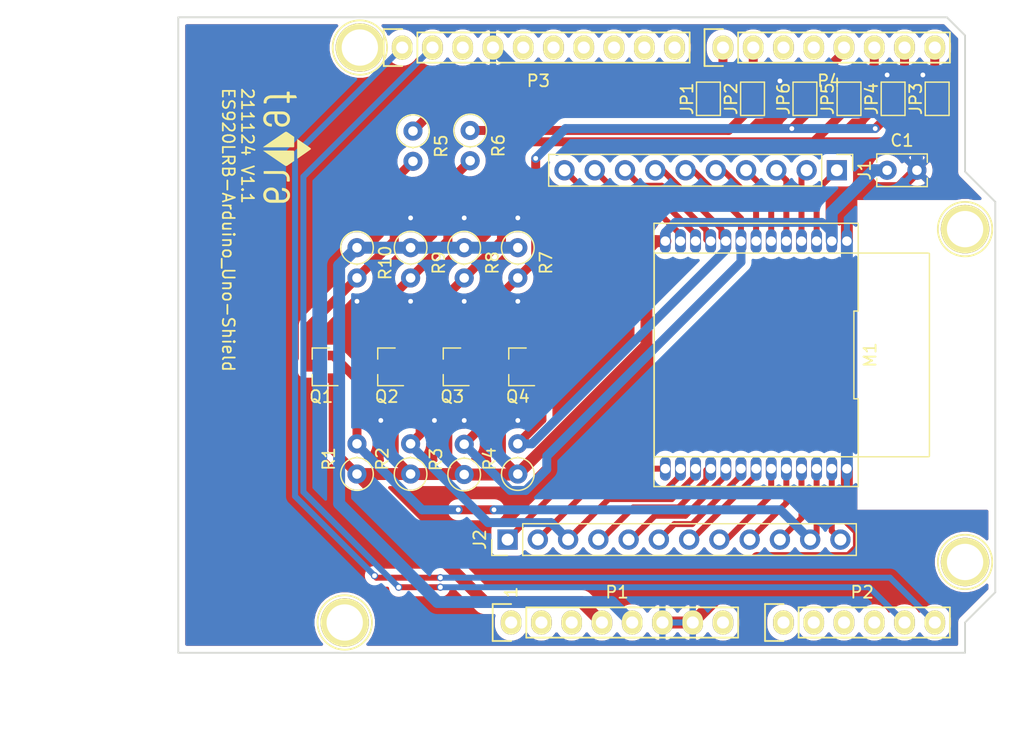
<source format=kicad_pcb>
(kicad_pcb (version 20171130) (host pcbnew 5.1.9-73d0e3b20d~88~ubuntu20.04.1)
  (title_block (title ES920LRB-Arduino_Uno-Shield) (date 2021-11-24) (rev v1.1) (company "teTra Aviation Corp."))
  (layers (0 F.Cu signal) (31 B.Cu signal) (34 B.Paste user) (35 F.Paste user) (36 B.SilkS user) (37 F.SilkS user) (38 B.Mask user) (39 F.Mask user) (44 Edge.Cuts user))
  (net 0 "")
  (net 1 GND)
  (net 2 "/A4(SDA)")
  (net 3 "/A5(SCL)")
  (net 4 "Net-(J2-Pad11)")
  (net 5 "Net-(J1-Pad6)")
  (net 6 "/1(Tx)")
  (net 7 "Net-(J1-Pad7)")
  (net 8 "/0(Rx)")
  (net 9 +3V3)
  (net 10 "Net-(J2-Pad1)")
  (net 11 "Net-(J1-Pad10)")
  (net 12 "Net-(J2-Pad2)")
  (net 13 "Net-(J1-Pad9)")
  (net 14 "Net-(J2-Pad3)")
  (net 15 "Net-(J1-Pad8)")
  (net 16 "Net-(J2-Pad4)")
  (net 17 "Net-(J2-Pad5)")
  (net 18 "Net-(J2-Pad6)")
  (net 19 "Net-(J1-Pad5)")
  (net 20 "Net-(J2-Pad7)")
  (net 21 "Net-(J1-Pad4)")
  (net 22 "Net-(J2-Pad8)")
  (net 23 "Net-(J1-Pad3)")
  (net 24 "Net-(J2-Pad9)")
  (net 25 "Net-(J1-Pad2)")
  (net 26 "Net-(J2-Pad10)")
  (net 27 "Net-(J1-Pad1)")
  (net 28 "Net-(J2-Pad12)")
  (net 29 +5V)
  (net 30 /7)
  (net 31 "/6(**)")
  (net 32 "Net-(Q1-Pad3)")
  (net 33 "Net-(Q2-Pad3)")
  (net 34 "Net-(JP1-Pad1)")
  (net 35 "Net-(JP2-Pad1)")
  (net 36 "Net-(JP3-Pad1)")
  (net 37 "Net-(JP4-Pad1)")
  (net 38 "/3(**)")
  (net 39 /2)
  (module teTra:ES92LR2B (layer F.Cu) (at 159.498 101.365 180)
    (fp_text reference M1 (at -9.57 0 270) (layer F.SilkS))
    (fp_text value ES920LR2B)
    (pad 26 thru_hole oval (at -7.62 -9.55 180) (size 0.9 2) (drill 0.8) (layers *.Cu *.Mask) (net 1 GND))
    (pad 1 thru_hole oval (at -7.62 9.55 180) (size 0.9 2) (drill 0.8) (layers *.Cu *.Mask) (net 1 GND))
    (pad 25 thru_hole oval (at -6.35 -9.55 180) (size 0.9 2) (drill 0.8) (layers *.Cu *.Mask) (net 28 "Net-(J2-Pad12)"))
    (pad 2 thru_hole oval (at -6.35 9.55 180) (size 0.9 2) (drill 0.8) (layers *.Cu *.Mask) (net 9 +3V3))
    (pad 24 thru_hole oval (at -5.08 -9.55 180) (size 0.9 2) (drill 0.8) (layers *.Cu *.Mask) (net 4 "Net-(J2-Pad11)"))
    (pad 3 thru_hole oval (at -5.08 9.55 180) (size 0.9 2) (drill 0.8) (layers *.Cu *.Mask) (net 27 "Net-(J1-Pad1)"))
    (pad 23 thru_hole oval (at -3.81 -9.55 180) (size 0.9 2) (drill 0.8) (layers *.Cu *.Mask) (net 26 "Net-(J2-Pad10)"))
    (pad 4 thru_hole oval (at -3.81 9.55 180) (size 0.9 2) (drill 0.8) (layers *.Cu *.Mask) (net 25 "Net-(J1-Pad2)"))
    (pad 22 thru_hole oval (at -2.54 -9.55 180) (size 0.9 2) (drill 0.8) (layers *.Cu *.Mask) (net 24 "Net-(J2-Pad9)"))
    (pad 5 thru_hole oval (at -2.54 9.55 180) (size 0.9 2) (drill 0.8) (layers *.Cu *.Mask) (net 23 "Net-(J1-Pad3)"))
    (pad 21 thru_hole oval (at -1.27 -9.55 180) (size 0.9 2) (drill 0.8) (layers *.Cu *.Mask) (net 22 "Net-(J2-Pad8)"))
    (pad 6 thru_hole oval (at -1.27 9.55 180) (size 0.9 2) (drill 0.8) (layers *.Cu *.Mask) (net 21 "Net-(J1-Pad4)"))
    (pad 20 thru_hole oval (at 0 -9.55 180) (size 0.9 2) (drill 0.8) (layers *.Cu *.Mask) (net 20 "Net-(J2-Pad7)"))
    (pad 7 thru_hole oval (at 0 9.55 180) (size 0.9 2) (drill 0.8) (layers *.Cu *.Mask) (net 19 "Net-(J1-Pad5)"))
    (pad 19 thru_hole oval (at 1.27 -9.55 180) (size 0.9 2) (drill 0.8) (layers *.Cu *.Mask) (net 18 "Net-(J2-Pad6)"))
    (pad 8 thru_hole oval (at 1.27 9.55 180) (size 0.9 2) (drill 0.8) (layers *.Cu *.Mask) (net 5 "Net-(J1-Pad6)"))
    (pad 18 thru_hole oval (at 2.54 -9.55 180) (size 0.9 2) (drill 0.8) (layers *.Cu *.Mask) (net 17 "Net-(J2-Pad5)"))
    (pad 9 thru_hole oval (at 2.54 9.55 180) (size 0.9 2) (drill 0.8) (layers *.Cu *.Mask) (net 7 "Net-(J1-Pad7)"))
    (pad 17 thru_hole oval (at 3.81 -9.55 180) (size 0.9 2) (drill 0.8) (layers *.Cu *.Mask) (net 16 "Net-(J2-Pad4)"))
    (pad 10 thru_hole oval (at 3.81 9.55 180) (size 0.9 2) (drill 0.8) (layers *.Cu *.Mask) (net 15 "Net-(J1-Pad8)"))
    (pad 16 thru_hole oval (at 5.08 -9.55 180) (size 0.9 2) (drill 0.8) (layers *.Cu *.Mask) (net 14 "Net-(J2-Pad3)"))
    (pad 11 thru_hole oval (at 5.08 9.55 180) (size 0.9 2) (drill 0.8) (layers *.Cu *.Mask) (net 13 "Net-(J1-Pad9)"))
    (pad 15 thru_hole oval (at 6.35 -9.55 180) (size 0.9 2) (drill 0.8) (layers *.Cu *.Mask) (net 12 "Net-(J2-Pad2)"))
    (pad 12 thru_hole oval (at 6.35 9.55 180) (size 0.9 2) (drill 0.8) (layers *.Cu *.Mask) (net 11 "Net-(J1-Pad10)"))
    (pad 14 thru_hole oval (at 7.62 -9.55 180) (size 0.9 2) (drill 0.8) (layers *.Cu *.Mask) (net 10 "Net-(J2-Pad1)"))
    (pad 13 thru_hole oval (at 7.62 9.55 180) (size 0.9 2) (drill 0.8) (layers *.Cu *.Mask) (net 9 +3V3))
  )
  (module Jumper:SolderJumper-2_P1.3mm_Open_Pad1.0x1.5mm (layer F.Cu) (at 163.598 79.865 90)
    (fp_text reference JP6 (at 0 -1.8 90) (layer F.SilkS))
    (fp_text value SolderJumper_2_Open)
    (pad 1 smd rect (at -0.65 0 90) (size 1 1.5) (layers F.Cu F.Mask) (net 37 "Net-(JP4-Pad1)"))
    (pad 2 smd rect (at 0.65 0 90) (size 1 1.5) (layers F.Cu F.Mask) (net 38 "/3(**)"))
  )
  (module Jumper:SolderJumper-2_P1.3mm_Open_Pad1.0x1.5mm (layer F.Cu) (at 167.298 79.865 90)
    (fp_text reference JP5 (at 0 -1.8 90) (layer F.SilkS))
    (fp_text value SolderJumper_2_Open)
    (pad 1 smd rect (at -0.65 0 90) (size 1 1.5) (layers F.Cu F.Mask) (net 36 "Net-(JP3-Pad1)"))
    (pad 2 smd rect (at 0.65 0 90) (size 1 1.5) (layers F.Cu F.Mask) (net 39 /2))
  )
  (module Jumper:SolderJumper-2_P1.3mm_Open_Pad1.0x1.5mm (layer F.Cu) (at 170.998 79.865 90)
    (fp_text reference JP4 (at 0 -1.8 90) (layer F.SilkS))
    (fp_text value SolderJumper_2_Open)
    (pad 1 smd rect (at -0.65 0 90) (size 1 1.5) (layers F.Cu F.Mask) (net 37 "Net-(JP4-Pad1)"))
    (pad 2 smd rect (at 0.65 0 90) (size 1 1.5) (layers F.Cu F.Mask) (net 6 "/1(Tx)"))
  )
  (module Resistor_THT:R_Axial_DIN0207_L6.3mm_D2.5mm_P2.54mm_Vertical (layer F.Cu) (at 125.998 92.365 270)
    (fp_text reference R10 (at 1.27 -2.37 90) (layer F.SilkS))
    (fp_text value 10k)
    (pad 2 thru_hole oval (at 2.54 0 270) (size 1.6 1.6) (drill 0.8) (layers *.Cu *.Mask) (net 32 "Net-(Q1-Pad3)"))
    (pad 1 thru_hole circle (at 0 0 270) (size 1.6 1.6) (drill 0.8) (layers *.Cu *.Mask) (net 29 +5V))
  )
  (module Resistor_THT:R_Axial_DIN0207_L6.3mm_D2.5mm_P2.54mm_Vertical (layer F.Cu) (at 130.498 92.365 270)
    (fp_text reference R9 (at 1.27 -2.37 90) (layer F.SilkS))
    (fp_text value 10k)
    (pad 2 thru_hole oval (at 2.54 0 270) (size 1.6 1.6) (drill 0.8) (layers *.Cu *.Mask) (net 33 "Net-(Q2-Pad3)"))
    (pad 1 thru_hole circle (at 0 0 270) (size 1.6 1.6) (drill 0.8) (layers *.Cu *.Mask) (net 29 +5V))
  )
  (module Resistor_THT:R_Axial_DIN0207_L6.3mm_D2.5mm_P2.54mm_Vertical (layer F.Cu) (at 134.998 92.365 270)
    (fp_text reference R8 (at 1.27 -2.37 90) (layer F.SilkS))
    (fp_text value 10k)
    (pad 2 thru_hole oval (at 2.54 0 270) (size 1.6 1.6) (drill 0.8) (layers *.Cu *.Mask) (net 36 "Net-(JP3-Pad1)"))
    (pad 1 thru_hole circle (at 0 0 270) (size 1.6 1.6) (drill 0.8) (layers *.Cu *.Mask) (net 29 +5V))
  )
  (module Resistor_THT:R_Axial_DIN0207_L6.3mm_D2.5mm_P2.54mm_Vertical (layer F.Cu) (at 139.498 92.365 270)
    (fp_text reference R7 (at 1.27 -2.37 90) (layer F.SilkS))
    (fp_text value 10k)
    (pad 2 thru_hole oval (at 2.54 0 270) (size 1.6 1.6) (drill 0.8) (layers *.Cu *.Mask) (net 37 "Net-(JP4-Pad1)"))
    (pad 1 thru_hole circle (at 0 0 270) (size 1.6 1.6) (drill 0.8) (layers *.Cu *.Mask) (net 29 +5V))
  )
  (module Resistor_THT:R_Axial_DIN0207_L6.3mm_D2.5mm_P2.54mm_Vertical (layer F.Cu) (at 135.498 82.525 270)
    (fp_text reference R6 (at 1.27 -2.37 90) (layer F.SilkS))
    (fp_text value 10k)
    (pad 2 thru_hole oval (at 2.54 0 270) (size 1.6 1.6) (drill 0.8) (layers *.Cu *.Mask) (net 33 "Net-(Q2-Pad3)"))
    (pad 1 thru_hole circle (at 0 0 270) (size 1.6 1.6) (drill 0.8) (layers *.Cu *.Mask) (net 35 "Net-(JP2-Pad1)"))
  )
  (module Resistor_THT:R_Axial_DIN0207_L6.3mm_D2.5mm_P2.54mm_Vertical (layer F.Cu) (at 139.498 111.365 90)
    (fp_text reference R4 (at 1.27 -2.37 90) (layer F.SilkS))
    (fp_text value 10k)
    (pad 2 thru_hole oval (at 2.54 0 90) (size 1.6 1.6) (drill 0.8) (layers *.Cu *.Mask) (net 7 "Net-(J1-Pad7)"))
    (pad 1 thru_hole circle (at 0 0 90) (size 1.6 1.6) (drill 0.8) (layers *.Cu *.Mask) (net 9 +3V3))
  )
  (module Package_TO_SOT_SMD:SOT-23 (layer F.Cu) (at 139.498 102.365 180)
    (fp_text reference Q4 (at 0 -2.5) (layer F.SilkS))
    (fp_text value BSS138)
    (pad 3 smd rect (at 1 0 180) (size 0.9 0.8) (layers F.Cu F.Paste F.Mask) (net 37 "Net-(JP4-Pad1)"))
    (pad 2 smd rect (at -1 0.95 180) (size 0.9 0.8) (layers F.Cu F.Paste F.Mask) (net 7 "Net-(J1-Pad7)"))
    (pad 1 smd rect (at -1 -0.95 180) (size 0.9 0.8) (layers F.Cu F.Paste F.Mask) (net 9 +3V3))
  )
  (module Package_TO_SOT_SMD:SOT-23 (layer F.Cu) (at 133.998 102.365 180)
    (fp_text reference Q3 (at 0 -2.5) (layer F.SilkS))
    (fp_text value BSS138)
    (pad 3 smd rect (at 1 0 180) (size 0.9 0.8) (layers F.Cu F.Paste F.Mask) (net 36 "Net-(JP3-Pad1)"))
    (pad 2 smd rect (at -1 0.95 180) (size 0.9 0.8) (layers F.Cu F.Paste F.Mask) (net 5 "Net-(J1-Pad6)"))
    (pad 1 smd rect (at -1 -0.95 180) (size 0.9 0.8) (layers F.Cu F.Paste F.Mask) (net 9 +3V3))
  )
  (module Package_TO_SOT_SMD:SOT-23 (layer F.Cu) (at 128.498 102.365 180)
    (fp_text reference Q2 (at 0 -2.5) (layer F.SilkS))
    (fp_text value BSS138)
    (pad 3 smd rect (at 1 0 180) (size 0.9 0.8) (layers F.Cu F.Paste F.Mask) (net 33 "Net-(Q2-Pad3)"))
    (pad 2 smd rect (at -1 0.95 180) (size 0.9 0.8) (layers F.Cu F.Paste F.Mask) (net 14 "Net-(J2-Pad3)"))
    (pad 1 smd rect (at -1 -0.95 180) (size 0.9 0.8) (layers F.Cu F.Paste F.Mask) (net 9 +3V3))
  )
  (module Package_TO_SOT_SMD:SOT-23 (layer F.Cu) (at 122.998 102.365 180)
    (fp_text reference Q1 (at 0 -2.5) (layer F.SilkS))
    (fp_text value BSS138)
    (pad 3 smd rect (at 1 0 180) (size 0.9 0.8) (layers F.Cu F.Paste F.Mask) (net 32 "Net-(Q1-Pad3)"))
    (pad 2 smd rect (at -1 0.95 180) (size 0.9 0.8) (layers F.Cu F.Paste F.Mask) (net 4 "Net-(J2-Pad11)"))
    (pad 1 smd rect (at -1 -0.95 180) (size 0.9 0.8) (layers F.Cu F.Paste F.Mask) (net 9 +3V3))
  )
  (module teTra:teTra-logo (layer F.Cu) (at 118.998 83.865 270)
    (fp_text reference L1 hide)
    (fp_text value Logo hide)
  )
  (module Capacitor_THT:C_Rect_L4.0mm_W2.5mm_P2.50mm (layer F.Cu) (at 170.498 85.865)
    (fp_text reference C1 (at 1.25 -2.5) (layer F.SilkS))
    (fp_text value 10uF)
    (pad 2 thru_hole circle (at 2.5 0) (size 1.6 1.6) (drill 0.8) (layers *.Cu *.Mask) (net 1 GND))
    (pad 1 thru_hole circle (at 0 0) (size 1.6 1.6) (drill 0.8) (layers *.Cu *.Mask) (net 9 +3V3))
  )
  (module Connector_PinHeader_2.54mm:PinHeader_1x12_P2.54mm_Vertical (layer F.Cu) (at 138.638 116.865 90)
    (fp_text reference J2 (at 0 -2.33 90) (layer F.SilkS))
    (fp_text value Conn_01x12_Female)
    (pad 12 thru_hole oval (at 0 27.94 90) (size 1.7 1.7) (drill 1) (layers *.Cu *.Mask) (net 28 "Net-(J2-Pad12)"))
    (pad 11 thru_hole oval (at 0 25.4 90) (size 1.7 1.7) (drill 1) (layers *.Cu *.Mask) (net 4 "Net-(J2-Pad11)"))
    (pad 10 thru_hole oval (at 0 22.86 90) (size 1.7 1.7) (drill 1) (layers *.Cu *.Mask) (net 26 "Net-(J2-Pad10)"))
    (pad 9 thru_hole oval (at 0 20.32 90) (size 1.7 1.7) (drill 1) (layers *.Cu *.Mask) (net 24 "Net-(J2-Pad9)"))
    (pad 8 thru_hole oval (at 0 17.78 90) (size 1.7 1.7) (drill 1) (layers *.Cu *.Mask) (net 22 "Net-(J2-Pad8)"))
    (pad 7 thru_hole oval (at 0 15.24 90) (size 1.7 1.7) (drill 1) (layers *.Cu *.Mask) (net 20 "Net-(J2-Pad7)"))
    (pad 6 thru_hole oval (at 0 12.7 90) (size 1.7 1.7) (drill 1) (layers *.Cu *.Mask) (net 18 "Net-(J2-Pad6)"))
    (pad 5 thru_hole oval (at 0 10.16 90) (size 1.7 1.7) (drill 1) (layers *.Cu *.Mask) (net 17 "Net-(J2-Pad5)"))
    (pad 4 thru_hole oval (at 0 7.62 90) (size 1.7 1.7) (drill 1) (layers *.Cu *.Mask) (net 16 "Net-(J2-Pad4)"))
    (pad 3 thru_hole oval (at 0 5.08 90) (size 1.7 1.7) (drill 1) (layers *.Cu *.Mask) (net 14 "Net-(J2-Pad3)"))
    (pad 2 thru_hole oval (at 0 2.54 90) (size 1.7 1.7) (drill 1) (layers *.Cu *.Mask) (net 12 "Net-(J2-Pad2)"))
    (pad 1 thru_hole rect (at 0 0 90) (size 1.7 1.7) (drill 1) (layers *.Cu *.Mask) (net 10 "Net-(J2-Pad1)"))
  )
  (module Connector_PinHeader_2.54mm:PinHeader_1x10_P2.54mm_Vertical (layer F.Cu) (at 166.278 85.865 270)
    (fp_text reference J1 (at 0 -2.33 90) (layer F.SilkS))
    (fp_text value Conn_01x10_Female)
    (pad 10 thru_hole oval (at 0 22.86 270) (size 1.7 1.7) (drill 1) (layers *.Cu *.Mask) (net 11 "Net-(J1-Pad10)"))
    (pad 9 thru_hole oval (at 0 20.32 270) (size 1.7 1.7) (drill 1) (layers *.Cu *.Mask) (net 13 "Net-(J1-Pad9)"))
    (pad 8 thru_hole oval (at 0 17.78 270) (size 1.7 1.7) (drill 1) (layers *.Cu *.Mask) (net 15 "Net-(J1-Pad8)"))
    (pad 7 thru_hole oval (at 0 15.24 270) (size 1.7 1.7) (drill 1) (layers *.Cu *.Mask) (net 7 "Net-(J1-Pad7)"))
    (pad 6 thru_hole oval (at 0 12.7 270) (size 1.7 1.7) (drill 1) (layers *.Cu *.Mask) (net 5 "Net-(J1-Pad6)"))
    (pad 5 thru_hole oval (at 0 10.16 270) (size 1.7 1.7) (drill 1) (layers *.Cu *.Mask) (net 19 "Net-(J1-Pad5)"))
    (pad 4 thru_hole oval (at 0 7.62 270) (size 1.7 1.7) (drill 1) (layers *.Cu *.Mask) (net 21 "Net-(J1-Pad4)"))
    (pad 3 thru_hole oval (at 0 5.08 270) (size 1.7 1.7) (drill 1) (layers *.Cu *.Mask) (net 23 "Net-(J1-Pad3)"))
    (pad 2 thru_hole oval (at 0 2.54 270) (size 1.7 1.7) (drill 1) (layers *.Cu *.Mask) (net 25 "Net-(J1-Pad2)"))
    (pad 1 thru_hole rect (at 0 0 270) (size 1.7 1.7) (drill 1) (layers *.Cu *.Mask) (net 27 "Net-(J1-Pad1)"))
  )
  (module Resistor_THT:R_Axial_DIN0207_L6.3mm_D2.5mm_P2.54mm_Vertical (layer F.Cu) (at 130.698 82.575 270)
    (fp_text reference R5 (at 1.27 -2.37 90) (layer F.SilkS))
    (fp_text value 10k)
    (pad 2 thru_hole oval (at 2.54 0 270) (size 1.6 1.6) (drill 0.8) (layers *.Cu *.Mask) (net 32 "Net-(Q1-Pad3)"))
    (pad 1 thru_hole circle (at 0 0 270) (size 1.6 1.6) (drill 0.8) (layers *.Cu *.Mask) (net 34 "Net-(JP1-Pad1)"))
  )
  (module Resistor_THT:R_Axial_DIN0207_L6.3mm_D2.5mm_P2.54mm_Vertical (layer F.Cu) (at 134.998 111.405 90)
    (fp_text reference R3 (at 1.27 -2.37 90) (layer F.SilkS))
    (fp_text value 10k)
    (pad 2 thru_hole oval (at 2.54 0 90) (size 1.6 1.6) (drill 0.8) (layers *.Cu *.Mask) (net 5 "Net-(J1-Pad6)"))
    (pad 1 thru_hole circle (at 0 0 90) (size 1.6 1.6) (drill 0.8) (layers *.Cu *.Mask) (net 9 +3V3))
  )
  (module Resistor_THT:R_Axial_DIN0207_L6.3mm_D2.5mm_P2.54mm_Vertical (layer F.Cu) (at 130.498 111.365 90)
    (fp_text reference R2 (at 1.27 -2.37 90) (layer F.SilkS))
    (fp_text value 10k)
    (pad 2 thru_hole oval (at 2.54 0 90) (size 1.6 1.6) (drill 0.8) (layers *.Cu *.Mask) (net 14 "Net-(J2-Pad3)"))
    (pad 1 thru_hole circle (at 0 0 90) (size 1.6 1.6) (drill 0.8) (layers *.Cu *.Mask) (net 9 +3V3))
  )
  (module Resistor_THT:R_Axial_DIN0207_L6.3mm_D2.5mm_P2.54mm_Vertical (layer F.Cu) (at 125.998 111.365 90)
    (fp_text reference R1 (at 1.27 -2.37 90) (layer F.SilkS))
    (fp_text value 10k)
    (pad 2 thru_hole oval (at 2.54 0 90) (size 1.6 1.6) (drill 0.8) (layers *.Cu *.Mask) (net 4 "Net-(J2-Pad11)"))
    (pad 1 thru_hole circle (at 0 0 90) (size 1.6 1.6) (drill 0.8) (layers *.Cu *.Mask) (net 9 +3V3))
  )
  (module Jumper:SolderJumper-2_P1.3mm_Open_Pad1.0x1.5mm (layer F.Cu) (at 174.698 79.865 90)
    (fp_text reference JP3 (at 0 -1.8 90) (layer F.SilkS))
    (fp_text value SolderJumper_2_Open)
    (pad 1 smd rect (at -0.65 0 90) (size 1 1.5) (layers F.Cu F.Mask) (net 36 "Net-(JP3-Pad1)"))
    (pad 2 smd rect (at 0.65 0 90) (size 1 1.5) (layers F.Cu F.Mask) (net 8 "/0(Rx)"))
  )
  (module Jumper:SolderJumper-2_P1.3mm_Open_Pad1.0x1.5mm (layer F.Cu) (at 159.198 79.865 90)
    (fp_text reference JP2 (at 0 -1.8 90) (layer F.SilkS))
    (fp_text value SolderJumper_2_Open)
    (pad 1 smd rect (at -0.65 0 90) (size 1 1.5) (layers F.Cu F.Mask) (net 35 "Net-(JP2-Pad1)"))
    (pad 2 smd rect (at 0.65 0 90) (size 1 1.5) (layers F.Cu F.Mask) (net 31 "/6(**)"))
  )
  (module Jumper:SolderJumper-2_P1.3mm_Open_Pad1.0x1.5mm (layer F.Cu) (at 155.498 79.865 90)
    (fp_text reference JP1 (at 0 -1.8 90) (layer F.SilkS))
    (fp_text value SolderJumper_2_Open)
    (pad 1 smd rect (at -0.65 0 90) (size 1 1.5) (layers F.Cu F.Mask) (net 34 "Net-(JP1-Pad1)"))
    (pad 2 smd rect (at 0.65 0 90) (size 1 1.5) (layers F.Cu F.Mask) (net 30 /7))
  )
  (module Socket_Arduino_Uno:Socket_Strip_Arduino_1x08 (layer F.Cu) (at 138.938 123.825)
    (fp_text reference P1 (at 8.89 -2.54) (layer F.SilkS))
    (fp_text value Power)
    (pad 1 thru_hole oval (at 0 0) (size 1.7272 2.032) (drill 1.016) (layers *.Cu *.Mask F.SilkS))
    (pad 2 thru_hole oval (at 2.54 0) (size 1.7272 2.032) (drill 1.016) (layers *.Cu *.Mask F.SilkS))
    (pad 3 thru_hole oval (at 5.08 0) (size 1.7272 2.032) (drill 1.016) (layers *.Cu *.Mask F.SilkS))
    (pad 4 thru_hole oval (at 7.62 0) (size 1.7272 2.032) (drill 1.016) (layers *.Cu *.Mask F.SilkS) (net 9 +3V3))
    (pad 5 thru_hole oval (at 10.16 0) (size 1.7272 2.032) (drill 1.016) (layers *.Cu *.Mask F.SilkS) (net 29 +5V))
    (pad 6 thru_hole oval (at 12.7 0) (size 1.7272 2.032) (drill 1.016) (layers *.Cu *.Mask F.SilkS) (net 1 GND))
    (pad 7 thru_hole oval (at 15.24 0) (size 1.7272 2.032) (drill 1.016) (layers *.Cu *.Mask F.SilkS) (net 1 GND))
    (pad 8 thru_hole oval (at 17.78 0) (size 1.7272 2.032) (drill 1.016) (layers *.Cu *.Mask F.SilkS))
  )
  (module Socket_Arduino_Uno:Socket_Strip_Arduino_1x06 (layer F.Cu) (at 161.798 123.825)
    (fp_text reference P2 (at 6.604 -2.54) (layer F.SilkS))
    (fp_text value Analog)
    (pad 1 thru_hole oval (at 0 0) (size 1.7272 2.032) (drill 1.016) (layers *.Cu *.Mask F.SilkS))
    (pad 2 thru_hole oval (at 2.54 0) (size 1.7272 2.032) (drill 1.016) (layers *.Cu *.Mask F.SilkS))
    (pad 3 thru_hole oval (at 5.08 0) (size 1.7272 2.032) (drill 1.016) (layers *.Cu *.Mask F.SilkS))
    (pad 4 thru_hole oval (at 7.62 0) (size 1.7272 2.032) (drill 1.016) (layers *.Cu *.Mask F.SilkS))
    (pad 5 thru_hole oval (at 10.16 0) (size 1.7272 2.032) (drill 1.016) (layers *.Cu *.Mask F.SilkS) (net 2 "/A4(SDA)"))
    (pad 6 thru_hole oval (at 12.7 0) (size 1.7272 2.032) (drill 1.016) (layers *.Cu *.Mask F.SilkS) (net 3 "/A5(SCL)"))
  )
  (module Socket_Arduino_Uno:Socket_Strip_Arduino_1x10 (layer F.Cu) (at 129.794 75.565)
    (fp_text reference P3 (at 11.43 2.794) (layer F.SilkS))
    (fp_text value Digital)
    (pad 1 thru_hole oval (at 0 0) (size 1.7272 2.032) (drill 1.016) (layers *.Cu *.Mask F.SilkS) (net 3 "/A5(SCL)"))
    (pad 2 thru_hole oval (at 2.54 0) (size 1.7272 2.032) (drill 1.016) (layers *.Cu *.Mask F.SilkS) (net 2 "/A4(SDA)"))
    (pad 3 thru_hole oval (at 5.08 0) (size 1.7272 2.032) (drill 1.016) (layers *.Cu *.Mask F.SilkS))
    (pad 4 thru_hole oval (at 7.62 0) (size 1.7272 2.032) (drill 1.016) (layers *.Cu *.Mask F.SilkS) (net 1 GND))
    (pad 5 thru_hole oval (at 10.16 0) (size 1.7272 2.032) (drill 1.016) (layers *.Cu *.Mask F.SilkS))
    (pad 6 thru_hole oval (at 12.7 0) (size 1.7272 2.032) (drill 1.016) (layers *.Cu *.Mask F.SilkS))
    (pad 7 thru_hole oval (at 15.24 0) (size 1.7272 2.032) (drill 1.016) (layers *.Cu *.Mask F.SilkS))
    (pad 8 thru_hole oval (at 17.78 0) (size 1.7272 2.032) (drill 1.016) (layers *.Cu *.Mask F.SilkS))
    (pad 9 thru_hole oval (at 20.32 0) (size 1.7272 2.032) (drill 1.016) (layers *.Cu *.Mask F.SilkS))
    (pad 10 thru_hole oval (at 22.86 0) (size 1.7272 2.032) (drill 1.016) (layers *.Cu *.Mask F.SilkS))
  )
  (module Socket_Arduino_Uno:Socket_Strip_Arduino_1x08 (layer F.Cu) (at 156.718 75.565)
    (fp_text reference P4 (at 8.89 2.794) (layer F.SilkS))
    (fp_text value Digital)
    (pad 1 thru_hole oval (at 0 0) (size 1.7272 2.032) (drill 1.016) (layers *.Cu *.Mask F.SilkS) (net 30 /7))
    (pad 2 thru_hole oval (at 2.54 0) (size 1.7272 2.032) (drill 1.016) (layers *.Cu *.Mask F.SilkS) (net 31 "/6(**)"))
    (pad 3 thru_hole oval (at 5.08 0) (size 1.7272 2.032) (drill 1.016) (layers *.Cu *.Mask F.SilkS))
    (pad 4 thru_hole oval (at 7.62 0) (size 1.7272 2.032) (drill 1.016) (layers *.Cu *.Mask F.SilkS))
    (pad 5 thru_hole oval (at 10.16 0) (size 1.7272 2.032) (drill 1.016) (layers *.Cu *.Mask F.SilkS) (net 38 "/3(**)"))
    (pad 6 thru_hole oval (at 12.7 0) (size 1.7272 2.032) (drill 1.016) (layers *.Cu *.Mask F.SilkS) (net 39 /2))
    (pad 7 thru_hole oval (at 15.24 0) (size 1.7272 2.032) (drill 1.016) (layers *.Cu *.Mask F.SilkS) (net 6 "/1(Tx)"))
    (pad 8 thru_hole oval (at 17.78 0) (size 1.7272 2.032) (drill 1.016) (layers *.Cu *.Mask F.SilkS) (net 8 "/0(Rx)"))
  )
  (module Socket_Arduino_Uno:Arduino_1pin (layer F.Cu) (at 124.968 123.825)
    (fp_text reference P5 hide)
    (fp_text value CONN_01X01 hide)
    (pad 1 thru_hole circle (at 0 0) (size 4.064 4.064) (drill 3.048) (layers *.Cu *.Mask F.SilkS))
  )
  (module Socket_Arduino_Uno:Arduino_1pin (layer F.Cu) (at 177.038 118.745)
    (fp_text reference P6 hide)
    (fp_text value CONN_01X01 hide)
    (pad 1 thru_hole circle (at 0 0) (size 4.064 4.064) (drill 3.048) (layers *.Cu *.Mask F.SilkS))
  )
  (module Socket_Arduino_Uno:Arduino_1pin (layer F.Cu) (at 126.238 75.565)
    (fp_text reference P7 hide)
    (fp_text value CONN_01X01 hide)
    (pad 1 thru_hole circle (at 0 0) (size 4.064 4.064) (drill 3.048) (layers *.Cu *.Mask F.SilkS))
  )
  (module Socket_Arduino_Uno:Arduino_1pin (layer F.Cu) (at 177.038 90.805)
    (fp_text reference P8 hide)
    (fp_text value CONN_01X01 hide)
    (pad 1 thru_hole circle (at 0 0) (size 4.064 4.064) (drill 3.048) (layers *.Cu *.Mask F.SilkS))
  )
  (gr_text "211124 V1.1\nES920LRB-Arduino_Uno-Shield" (at 115.998 78.865 -90) (layer F.SilkS) (effects (font (size 1 1)) (justify left)))
  (gr_text 1 (at 138.938 121.285 90) (layer F.SilkS) (effects (font (size 1 1))))
  (gr_line (start 177.038 74.549) (end 175.514 73.025) (angle 90) (layer Edge.Cuts) (width 0.15))
  (gr_line (start 177.038 85.979) (end 177.038 74.549) (angle 90) (layer Edge.Cuts) (width 0.15))
  (gr_line (start 179.578 88.519) (end 177.038 85.979) (angle 90) (layer Edge.Cuts) (width 0.15))
  (gr_line (start 179.578 121.285) (end 179.578 88.519) (angle 90) (layer Edge.Cuts) (width 0.15))
  (gr_line (start 177.038 123.825) (end 179.578 121.285) (angle 90) (layer Edge.Cuts) (width 0.15))
  (gr_line (start 177.038 126.365) (end 177.038 123.825) (angle 90) (layer Edge.Cuts) (width 0.15))
  (gr_line (start 110.998 126.365) (end 177.038 126.365) (angle 90) (layer Edge.Cuts) (width 0.15))
  (gr_line (start 110.998 73.025) (end 110.998 126.365) (angle 90) (layer Edge.Cuts) (width 0.15))
  (gr_line (start 175.514 73.025) (end 110.998 73.025) (angle 90) (layer Edge.Cuts) (width 0.15))
  (segment (start 151.638 123.825) (end 154.178 123.825) (width 1) (layer F.Cu) (net 1))
  (segment (start 167.118 91.815) (end 167.118 110.915) (width 1) (layer B.Cu) (net 1))
  (segment (start 167.322001 118.415001) (end 168.128001 117.609001) (width 1) (layer F.Cu) (net 1))
  (segment (start 159.587999 118.415001) (end 167.322001 118.415001) (width 1) (layer F.Cu) (net 1))
  (segment (start 154.178 123.825) (end 159.587999 118.415001) (width 1) (layer F.Cu) (net 1))
  (via (at 139.498 96.865) (size 0.6) (drill 0.4) (layers F.Cu B.Cu) (net 1))
  (via (at 134.998 96.865) (size 0.6) (drill 0.4) (layers F.Cu B.Cu) (net 1))
  (via (at 130.498 96.865) (size 0.6) (drill 0.4) (layers F.Cu B.Cu) (net 1))
  (via (at 125.998 96.865) (size 0.6) (drill 0.4) (layers F.Cu B.Cu) (net 1))
  (via (at 139.498 106.865) (size 0.6) (drill 0.4) (layers F.Cu B.Cu) (net 1))
  (via (at 134.998 106.865) (size 0.6) (drill 0.4) (layers F.Cu B.Cu) (net 1))
  (via (at 132.498 106.865) (size 0.6) (drill 0.4) (layers F.Cu B.Cu) (net 1))
  (via (at 127.998 106.865) (size 0.6) (drill 0.4) (layers F.Cu B.Cu) (net 1))
  (via (at 139.498 89.865) (size 0.6) (drill 0.4) (layers F.Cu B.Cu) (net 1))
  (via (at 134.998 89.865) (size 0.6) (drill 0.4) (layers F.Cu B.Cu) (net 1))
  (via (at 130.498 89.865) (size 0.6) (drill 0.4) (layers F.Cu B.Cu) (net 1))
  (via (at 173.498 77.865) (size 0.6) (drill 0.4) (layers F.Cu B.Cu) (net 1))
  (via (at 170.498 77.865) (size 0.6) (drill 0.4) (layers F.Cu B.Cu) (net 1))
  (via (at 161.498 78.365) (size 0.6) (drill 0.4) (layers F.Cu B.Cu) (net 1))
  (segment (start 168.128001 116.120999) (end 168.128001 117.609001) (width 1) (layer F.Cu) (net 1))
  (segment (start 167.118 115.110998) (end 168.128001 116.120999) (width 1) (layer F.Cu) (net 1))
  (segment (start 167.118 110.915) (end 167.118 115.110998) (width 1) (layer F.Cu) (net 1))
  (segment (start 171.497999 87.365001) (end 172.998 85.865) (width 1) (layer F.Cu) (net 1))
  (segment (start 168.008033 87.365001) (end 171.497999 87.365001) (width 1) (layer F.Cu) (net 1))
  (segment (start 167.118 88.255034) (end 168.008033 87.365001) (width 1) (layer F.Cu) (net 1))
  (segment (start 167.118 91.815) (end 167.118 88.255034) (width 1) (layer F.Cu) (net 1))
  (segment (start 139.13001 77.28101) (end 137.414 75.565) (width 1) (layer B.Cu) (net 1))
  (segment (start 165.934303 77.28101) (end 139.13001 77.28101) (width 1) (layer B.Cu) (net 1))
  (segment (start 172.998 84.344707) (end 165.934303 77.28101) (width 1) (layer B.Cu) (net 1))
  (segment (start 172.998 85.865) (end 172.998 84.344707) (width 1) (layer B.Cu) (net 1))
  (via (at 132.998 120.865) (size 0.6) (drill 0.4) (layers F.Cu B.Cu) (net 2))
  (segment (start 168.998 120.865) (end 132.998 120.865) (width 0.5) (layer B.Cu) (net 2))
  (segment (start 171.958 123.825) (end 168.998 120.865) (width 0.5) (layer B.Cu) (net 2))
  (segment (start 132.998 120.865) (end 129.498 120.865) (width 0.5) (layer F.Cu) (net 2))
  (via (at 129.498 120.865) (size 0.6) (drill 0.4) (layers F.Cu B.Cu) (net 2))
  (segment (start 129.498 120.865) (end 121.498 112.865) (width 0.5) (layer B.Cu) (net 2))
  (segment (start 121.498 86.401) (end 132.334 75.565) (width 0.5) (layer B.Cu) (net 2))
  (segment (start 121.498 112.865) (end 121.498 86.401) (width 0.5) (layer B.Cu) (net 2))
  (via (at 132.998 120.064997) (size 0.6) (drill 0.4) (layers F.Cu B.Cu) (net 3))
  (segment (start 170.737997 120.064997) (end 132.998 120.064997) (width 0.5) (layer B.Cu) (net 3))
  (segment (start 174.498 123.825) (end 170.737997 120.064997) (width 0.5) (layer B.Cu) (net 3))
  (via (at 127.467669 119.895331) (size 0.6) (drill 0.4) (layers F.Cu B.Cu) (net 3))
  (segment (start 127.637335 120.064997) (end 127.467669 119.895331) (width 0.5) (layer F.Cu) (net 3))
  (segment (start 132.998 120.064997) (end 127.637335 120.064997) (width 0.5) (layer F.Cu) (net 3))
  (segment (start 120.79799 84.56101) (end 129.794 75.565) (width 0.5) (layer B.Cu) (net 3))
  (segment (start 120.79799 113.225652) (end 120.79799 84.56101) (width 0.5) (layer B.Cu) (net 3))
  (segment (start 127.467669 119.895331) (end 120.79799 113.225652) (width 0.5) (layer B.Cu) (net 3))
  (segment (start 125.998 103.415) (end 123.998 101.415) (width 0.75) (layer F.Cu) (net 4))
  (segment (start 125.998 108.825) (end 125.998 103.415) (width 0.75) (layer F.Cu) (net 4))
  (segment (start 164.578 116.325) (end 164.038 116.865) (width 0.5) (layer F.Cu) (net 4))
  (segment (start 164.578 110.915) (end 164.578 116.325) (width 0.5) (layer F.Cu) (net 4))
  (via (at 137.498 114.365) (size 0.6) (drill 0.4) (layers F.Cu B.Cu) (net 4))
  (segment (start 161.538 114.365) (end 137.498 114.365) (width 0.75) (layer B.Cu) (net 4))
  (segment (start 164.038 116.865) (end 161.538 114.365) (width 0.75) (layer B.Cu) (net 4))
  (via (at 134.498 114.365) (size 0.6) (drill 0.4) (layers F.Cu B.Cu) (net 4))
  (segment (start 137.498 114.365) (end 134.498 114.365) (width 0.75) (layer F.Cu) (net 4))
  (segment (start 125.998 108.900002) (end 125.998 108.825) (width 0.75) (layer B.Cu) (net 4))
  (segment (start 131.462998 114.365) (end 125.998 108.900002) (width 0.75) (layer B.Cu) (net 4))
  (segment (start 134.498 114.365) (end 131.462998 114.365) (width 0.75) (layer B.Cu) (net 4))
  (segment (start 136.023001 102.440001) (end 134.998 101.415) (width 0.75) (layer F.Cu) (net 5))
  (segment (start 136.023001 107.839999) (end 136.023001 102.440001) (width 0.75) (layer F.Cu) (net 5))
  (segment (start 134.998 108.865) (end 136.023001 107.839999) (width 0.75) (layer F.Cu) (net 5))
  (segment (start 154.193998 85.865) (end 153.578 85.865) (width 0.5) (layer F.Cu) (net 5))
  (segment (start 158.228 89.899002) (end 154.193998 85.865) (width 0.5) (layer F.Cu) (net 5))
  (segment (start 158.228 91.815) (end 158.228 89.899002) (width 0.5) (layer F.Cu) (net 5))
  (segment (start 138.873001 112.740001) (end 134.998 108.865) (width 0.75) (layer B.Cu) (net 5))
  (segment (start 140.158001 112.740001) (end 138.873001 112.740001) (width 0.75) (layer B.Cu) (net 5))
  (segment (start 141.928 110.970002) (end 140.158001 112.740001) (width 0.75) (layer B.Cu) (net 5))
  (segment (start 141.928 109.865) (end 141.928 110.970002) (width 0.75) (layer B.Cu) (net 5))
  (segment (start 158.228 93.565) (end 141.928 109.865) (width 0.75) (layer B.Cu) (net 5))
  (segment (start 158.228 91.815) (end 158.228 93.565) (width 0.75) (layer B.Cu) (net 5))
  (segment (start 171.958 78.255) (end 170.998 79.215) (width 0.75) (layer F.Cu) (net 6))
  (segment (start 171.958 75.565) (end 171.958 78.255) (width 0.75) (layer F.Cu) (net 6))
  (segment (start 141.523001 102.440001) (end 140.498 101.415) (width 0.75) (layer F.Cu) (net 7))
  (segment (start 141.523001 106.799999) (end 141.523001 102.440001) (width 0.75) (layer F.Cu) (net 7))
  (segment (start 139.498 108.825) (end 141.523001 106.799999) (width 0.75) (layer F.Cu) (net 7))
  (segment (start 151.653998 85.865) (end 151.038 85.865) (width 0.5) (layer F.Cu) (net 7))
  (segment (start 156.58801 90.799012) (end 151.653998 85.865) (width 0.5) (layer F.Cu) (net 7))
  (segment (start 156.58801 91.45501) (end 156.58801 90.799012) (width 0.5) (layer F.Cu) (net 7))
  (segment (start 156.948 91.815) (end 156.58801 91.45501) (width 0.5) (layer F.Cu) (net 7))
  (segment (start 156.958 91.815) (end 156.948 91.815) (width 0.5) (layer F.Cu) (net 7))
  (segment (start 140.677583 108.825) (end 139.498 108.825) (width 0.75) (layer B.Cu) (net 7))
  (segment (start 156.958 92.544583) (end 140.677583 108.825) (width 0.75) (layer B.Cu) (net 7))
  (segment (start 156.958 91.815) (end 156.958 92.544583) (width 0.75) (layer B.Cu) (net 7))
  (segment (start 174.498 79.015) (end 174.698 79.215) (width 0.75) (layer F.Cu) (net 8))
  (segment (start 174.498 75.565) (end 174.498 79.015) (width 0.75) (layer F.Cu) (net 8))
  (segment (start 138.122999 105.690001) (end 140.498 103.315) (width 0.75) (layer F.Cu) (net 9))
  (segment (start 138.122999 109.989999) (end 138.122999 105.690001) (width 0.75) (layer F.Cu) (net 9))
  (segment (start 139.498 111.365) (end 138.122999 109.989999) (width 0.75) (layer F.Cu) (net 9))
  (segment (start 133.622999 104.690001) (end 134.998 103.315) (width 0.75) (layer F.Cu) (net 9))
  (segment (start 133.622999 110.029999) (end 133.622999 104.690001) (width 0.75) (layer F.Cu) (net 9))
  (segment (start 134.998 111.405) (end 133.622999 110.029999) (width 0.75) (layer F.Cu) (net 9))
  (segment (start 129.122999 103.690001) (end 129.498 103.315) (width 0.75) (layer F.Cu) (net 9))
  (segment (start 129.122999 109.989999) (end 129.122999 103.690001) (width 0.75) (layer F.Cu) (net 9))
  (segment (start 130.498 111.365) (end 129.122999 109.989999) (width 0.75) (layer F.Cu) (net 9))
  (segment (start 123.998 109.365) (end 123.998 103.315) (width 0.75) (layer F.Cu) (net 9))
  (segment (start 125.998 111.365) (end 123.998 109.365) (width 0.75) (layer F.Cu) (net 9))
  (segment (start 151.878 91.085417) (end 151.878 91.815) (width 0.75) (layer B.Cu) (net 9))
  (segment (start 152.723427 90.23999) (end 151.878 91.085417) (width 0.75) (layer B.Cu) (net 9))
  (segment (start 165.002573 90.23999) (end 152.723427 90.23999) (width 0.75) (layer B.Cu) (net 9))
  (segment (start 165.848 91.085417) (end 165.002573 90.23999) (width 0.75) (layer B.Cu) (net 9))
  (segment (start 165.848 91.815) (end 165.848 91.085417) (width 0.75) (layer B.Cu) (net 9))
  (segment (start 136.74199 122.10899) (end 125.998 111.365) (width 1) (layer F.Cu) (net 9))
  (segment (start 144.84199 122.10899) (end 136.74199 122.10899) (width 1) (layer F.Cu) (net 9))
  (segment (start 146.558 123.825) (end 144.84199 122.10899) (width 1) (layer F.Cu) (net 9))
  (segment (start 125.998 111.365) (end 130.498 111.365) (width 1) (layer F.Cu) (net 9))
  (segment (start 134.958 111.365) (end 134.998 111.405) (width 1) (layer F.Cu) (net 9))
  (segment (start 130.498 111.365) (end 134.958 111.365) (width 1) (layer F.Cu) (net 9))
  (segment (start 139.458 111.405) (end 139.498 111.365) (width 1) (layer F.Cu) (net 9))
  (segment (start 134.998 111.405) (end 139.458 111.405) (width 1) (layer F.Cu) (net 9))
  (segment (start 151.058034 91.815) (end 151.878 91.815) (width 1) (layer F.Cu) (net 9))
  (segment (start 150.29799 92.575044) (end 151.058034 91.815) (width 1) (layer F.Cu) (net 9))
  (segment (start 150.29799 100.56501) (end 150.29799 92.575044) (width 1) (layer F.Cu) (net 9))
  (segment (start 139.498 111.365) (end 150.29799 100.56501) (width 1) (layer F.Cu) (net 9))
  (segment (start 165.848 89.38363) (end 165.848 91.815) (width 1) (layer B.Cu) (net 9))
  (segment (start 169.36663 85.865) (end 165.848 89.38363) (width 1) (layer B.Cu) (net 9))
  (segment (start 170.498 85.865) (end 169.36663 85.865) (width 1) (layer B.Cu) (net 9))
  (segment (start 144.588 110.915) (end 138.638 116.865) (width 0.5) (layer F.Cu) (net 10))
  (segment (start 151.878 110.915) (end 144.588 110.915) (width 0.5) (layer F.Cu) (net 10))
  (segment (start 146.118021 88.565021) (end 143.418 85.865) (width 0.5) (layer F.Cu) (net 11))
  (segment (start 150.450827 88.565021) (end 146.118021 88.565021) (width 0.5) (layer F.Cu) (net 11))
  (segment (start 153.148 91.262194) (end 150.450827 88.565021) (width 0.5) (layer F.Cu) (net 11))
  (segment (start 153.148 91.815) (end 153.148 91.262194) (width 0.5) (layer F.Cu) (net 11))
  (segment (start 145.278041 112.764959) (end 141.178 116.865) (width 0.5) (layer F.Cu) (net 12))
  (segment (start 151.850847 112.764959) (end 145.278041 112.764959) (width 0.5) (layer F.Cu) (net 12))
  (segment (start 153.148 111.467806) (end 151.850847 112.764959) (width 0.5) (layer F.Cu) (net 12))
  (segment (start 153.148 110.915) (end 153.148 111.467806) (width 0.5) (layer F.Cu) (net 12))
  (segment (start 147.958011 87.865011) (end 145.958 85.865) (width 0.5) (layer F.Cu) (net 13))
  (segment (start 151.020817 87.865011) (end 147.958011 87.865011) (width 0.5) (layer F.Cu) (net 13))
  (segment (start 154.418 91.262194) (end 151.020817 87.865011) (width 0.5) (layer F.Cu) (net 13))
  (segment (start 154.418 91.815) (end 154.418 91.262194) (width 0.5) (layer F.Cu) (net 13))
  (segment (start 131.297999 103.214999) (end 129.498 101.415) (width 0.75) (layer F.Cu) (net 14))
  (segment (start 131.297999 108.025001) (end 131.297999 103.214999) (width 0.75) (layer F.Cu) (net 14))
  (segment (start 130.498 108.825) (end 131.297999 108.025001) (width 0.75) (layer F.Cu) (net 14))
  (segment (start 147.118031 113.464969) (end 143.718 116.865) (width 0.5) (layer F.Cu) (net 14))
  (segment (start 152.420837 113.464969) (end 147.118031 113.464969) (width 0.5) (layer F.Cu) (net 14))
  (segment (start 154.418 111.467806) (end 152.420837 113.464969) (width 0.5) (layer F.Cu) (net 14))
  (segment (start 154.418 110.915) (end 154.418 111.467806) (width 0.5) (layer F.Cu) (net 14))
  (segment (start 130.498 108.940002) (end 130.498 108.825) (width 0.75) (layer B.Cu) (net 14))
  (segment (start 136.997997 115.439999) (end 130.498 108.940002) (width 0.75) (layer B.Cu) (net 14))
  (segment (start 142.292999 115.439999) (end 136.997997 115.439999) (width 0.75) (layer B.Cu) (net 14))
  (segment (start 143.718 116.865) (end 142.292999 115.439999) (width 0.75) (layer B.Cu) (net 14))
  (segment (start 149.798001 87.165001) (end 148.498 85.865) (width 0.5) (layer F.Cu) (net 15))
  (segment (start 151.590807 87.165001) (end 149.798001 87.165001) (width 0.5) (layer F.Cu) (net 15))
  (segment (start 155.31801 90.892204) (end 151.590807 87.165001) (width 0.5) (layer F.Cu) (net 15))
  (segment (start 155.31801 91.68501) (end 155.31801 90.892204) (width 0.5) (layer F.Cu) (net 15))
  (segment (start 155.448 91.815) (end 155.31801 91.68501) (width 0.5) (layer F.Cu) (net 15))
  (segment (start 155.688 91.815) (end 155.448 91.815) (width 0.5) (layer F.Cu) (net 15))
  (segment (start 146.498 116.865) (end 146.258 116.865) (width 0.5) (layer F.Cu) (net 16))
  (segment (start 152.990827 114.164979) (end 149.198021 114.164979) (width 0.5) (layer F.Cu) (net 16))
  (segment (start 155.31801 111.837796) (end 152.990827 114.164979) (width 0.5) (layer F.Cu) (net 16))
  (segment (start 155.31801 111.04499) (end 155.31801 111.837796) (width 0.5) (layer F.Cu) (net 16))
  (segment (start 149.198021 114.164979) (end 146.498 116.865) (width 0.5) (layer F.Cu) (net 16))
  (segment (start 155.448 110.915) (end 155.31801 111.04499) (width 0.5) (layer F.Cu) (net 16))
  (segment (start 155.688 110.915) (end 155.448 110.915) (width 0.5) (layer F.Cu) (net 16))
  (segment (start 148.998 116.865) (end 148.798 116.865) (width 0.5) (layer F.Cu) (net 17))
  (segment (start 150.998011 114.864989) (end 148.998 116.865) (width 0.5) (layer F.Cu) (net 17))
  (segment (start 153.560817 114.864989) (end 150.998011 114.864989) (width 0.5) (layer F.Cu) (net 17))
  (segment (start 156.958 111.467806) (end 153.560817 114.864989) (width 0.5) (layer F.Cu) (net 17))
  (segment (start 156.958 110.915) (end 156.958 111.467806) (width 0.5) (layer F.Cu) (net 17))
  (segment (start 152.638001 115.564999) (end 151.338 116.865) (width 0.5) (layer F.Cu) (net 18))
  (segment (start 154.130807 115.564999) (end 152.638001 115.564999) (width 0.5) (layer F.Cu) (net 18))
  (segment (start 158.228 111.467806) (end 154.130807 115.564999) (width 0.5) (layer F.Cu) (net 18))
  (segment (start 158.228 110.915) (end 158.228 111.467806) (width 0.5) (layer F.Cu) (net 18))
  (segment (start 156.733998 85.865) (end 156.118 85.865) (width 0.5) (layer F.Cu) (net 19))
  (segment (start 159.498 88.629002) (end 156.733998 85.865) (width 0.5) (layer F.Cu) (net 19))
  (segment (start 159.498 91.815) (end 159.498 88.629002) (width 0.5) (layer F.Cu) (net 19))
  (segment (start 154.100806 116.865) (end 153.878 116.865) (width 0.5) (layer F.Cu) (net 20))
  (segment (start 159.498 111.467806) (end 154.100806 116.865) (width 0.5) (layer F.Cu) (net 20))
  (segment (start 159.498 110.915) (end 159.498 111.467806) (width 0.5) (layer F.Cu) (net 20))
  (segment (start 160.768 87.975) (end 158.658 85.865) (width 0.5) (layer F.Cu) (net 21))
  (segment (start 160.768 91.815) (end 160.768 87.975) (width 0.5) (layer F.Cu) (net 21))
  (segment (start 157.033998 116.865) (end 156.418 116.865) (width 0.5) (layer F.Cu) (net 22))
  (segment (start 160.768 113.130998) (end 157.033998 116.865) (width 0.5) (layer F.Cu) (net 22))
  (segment (start 160.768 110.915) (end 160.768 113.130998) (width 0.5) (layer F.Cu) (net 22))
  (segment (start 162.038 86.705) (end 161.198 85.865) (width 0.5) (layer F.Cu) (net 23))
  (segment (start 162.038 91.815) (end 162.038 86.705) (width 0.5) (layer F.Cu) (net 23))
  (segment (start 162.038 113.785) (end 158.958 116.865) (width 0.5) (layer F.Cu) (net 24))
  (segment (start 162.038 110.915) (end 162.038 113.785) (width 0.5) (layer F.Cu) (net 24))
  (segment (start 163.308 86.295) (end 163.738 85.865) (width 0.5) (layer F.Cu) (net 25))
  (segment (start 163.308 91.815) (end 163.308 86.295) (width 0.5) (layer F.Cu) (net 25))
  (segment (start 163.308 115.055) (end 161.498 116.865) (width 0.5) (layer F.Cu) (net 26))
  (segment (start 163.308 110.915) (end 163.308 115.055) (width 0.5) (layer F.Cu) (net 26))
  (segment (start 164.578 87.565) (end 166.278 85.865) (width 0.5) (layer F.Cu) (net 27))
  (segment (start 164.578 91.815) (end 164.578 87.565) (width 0.5) (layer F.Cu) (net 27))
  (segment (start 165.848 116.135) (end 166.578 116.865) (width 0.5) (layer F.Cu) (net 28))
  (segment (start 165.848 110.915) (end 165.848 116.135) (width 0.5) (layer F.Cu) (net 28))
  (segment (start 125.998 92.365) (end 130.498 92.365) (width 1) (layer B.Cu) (net 29))
  (segment (start 130.498 92.365) (end 134.998 92.365) (width 1) (layer B.Cu) (net 29))
  (segment (start 134.998 92.365) (end 139.498 92.365) (width 1) (layer B.Cu) (net 29))
  (segment (start 124.497999 93.865001) (end 125.998 92.365) (width 1) (layer B.Cu) (net 29))
  (segment (start 124.497999 113.845001) (end 124.497999 93.865001) (width 1) (layer B.Cu) (net 29))
  (segment (start 132.761988 122.10899) (end 124.497999 113.845001) (width 1) (layer B.Cu) (net 29))
  (segment (start 147.38199 122.10899) (end 132.761988 122.10899) (width 1) (layer B.Cu) (net 29))
  (segment (start 149.098 123.825) (end 147.38199 122.10899) (width 1) (layer B.Cu) (net 29))
  (segment (start 156.718 77.995) (end 155.498 79.215) (width 0.75) (layer F.Cu) (net 30))
  (segment (start 156.718 75.565) (end 156.718 77.995) (width 0.75) (layer F.Cu) (net 30))
  (segment (start 159.258 79.155) (end 159.198 79.215) (width 0.75) (layer F.Cu) (net 31))
  (segment (start 159.258 75.565) (end 159.258 79.155) (width 0.75) (layer F.Cu) (net 31))
  (segment (start 121.998 98.905) (end 121.998 102.365) (width 0.75) (layer F.Cu) (net 32))
  (segment (start 125.998 94.905) (end 121.998 98.905) (width 0.75) (layer F.Cu) (net 32))
  (segment (start 129.122999 91.780001) (end 125.998 94.905) (width 0.75) (layer F.Cu) (net 32))
  (segment (start 129.122999 86.690001) (end 129.122999 91.780001) (width 0.75) (layer F.Cu) (net 32))
  (segment (start 130.698 85.115) (end 129.122999 86.690001) (width 0.75) (layer F.Cu) (net 32))
  (segment (start 127.498 97.905) (end 127.498 102.365) (width 0.75) (layer F.Cu) (net 33))
  (segment (start 130.498 94.905) (end 127.498 97.905) (width 0.75) (layer F.Cu) (net 33))
  (segment (start 133.622999 91.780001) (end 130.498 94.905) (width 0.75) (layer F.Cu) (net 33))
  (segment (start 133.622999 86.940001) (end 133.622999 91.780001) (width 0.75) (layer F.Cu) (net 33))
  (segment (start 135.498 85.065) (end 133.622999 86.940001) (width 0.75) (layer F.Cu) (net 33))
  (segment (start 132.758 80.515) (end 130.698 82.575) (width 0.75) (layer F.Cu) (net 34))
  (segment (start 155.498 80.515) (end 132.758 80.515) (width 0.75) (layer F.Cu) (net 34))
  (segment (start 157.188 82.525) (end 135.498 82.525) (width 0.75) (layer F.Cu) (net 35))
  (segment (start 159.198 80.515) (end 157.188 82.525) (width 0.75) (layer F.Cu) (net 35))
  (segment (start 132.998 96.905) (end 132.998 102.365) (width 0.75) (layer F.Cu) (net 36))
  (segment (start 134.998 94.905) (end 132.998 96.905) (width 0.75) (layer F.Cu) (net 36))
  (segment (start 164.33799 83.47501) (end 167.298 80.515) (width 0.75) (layer F.Cu) (net 36))
  (segment (start 139.663006 83.47501) (end 164.33799 83.47501) (width 0.75) (layer F.Cu) (net 36))
  (segment (start 138.122999 85.015017) (end 139.663006 83.47501) (width 0.75) (layer F.Cu) (net 36))
  (segment (start 138.122999 91.780001) (end 138.122999 85.015017) (width 0.75) (layer F.Cu) (net 36))
  (segment (start 134.998 94.905) (end 138.122999 91.780001) (width 0.75) (layer F.Cu) (net 36))
  (segment (start 171.73799 83.47501) (end 164.33799 83.47501) (width 0.75) (layer F.Cu) (net 36))
  (segment (start 174.698 80.515) (end 171.73799 83.47501) (width 0.75) (layer F.Cu) (net 36))
  (segment (start 138.498 95.905) (end 138.498 102.365) (width 0.75) (layer F.Cu) (net 37))
  (segment (start 139.498 94.905) (end 138.498 95.905) (width 0.75) (layer F.Cu) (net 37))
  (via (at 140.998 84.865) (size 0.6) (drill 0.4) (layers F.Cu B.Cu) (net 37))
  (segment (start 140.998 93.405) (end 140.998 84.865) (width 0.75) (layer F.Cu) (net 37))
  (segment (start 139.498 94.905) (end 140.998 93.405) (width 0.75) (layer F.Cu) (net 37))
  (segment (start 140.998 84.865) (end 143.498 82.365) (width 0.75) (layer B.Cu) (net 37))
  (via (at 169.498 82.365) (size 0.6) (drill 0.4) (layers F.Cu B.Cu) (net 37))
  (segment (start 170.998 80.865) (end 169.498 82.365) (width 0.75) (layer F.Cu) (net 37))
  (segment (start 170.998 80.515) (end 170.998 80.865) (width 0.75) (layer F.Cu) (net 37))
  (via (at 162.498 82.365) (size 0.6) (drill 0.4) (layers F.Cu B.Cu) (net 37))
  (segment (start 163.598 81.265) (end 162.498 82.365) (width 0.75) (layer F.Cu) (net 37))
  (segment (start 163.598 80.515) (end 163.598 81.265) (width 0.75) (layer F.Cu) (net 37))
  (segment (start 162.498 82.365) (end 169.498 82.365) (width 0.75) (layer B.Cu) (net 37))
  (segment (start 143.498 82.365) (end 162.498 82.365) (width 0.75) (layer B.Cu) (net 37))
  (segment (start 166.878 75.935) (end 163.598 79.215) (width 0.75) (layer F.Cu) (net 38))
  (segment (start 166.878 75.565) (end 166.878 75.935) (width 0.75) (layer F.Cu) (net 38))
  (segment (start 169.418 77.095) (end 167.298 79.215) (width 0.75) (layer F.Cu) (net 39))
  (segment (start 169.418 75.565) (end 169.418 77.095) (width 0.75) (layer F.Cu) (net 39))
  (zone (net 0) (net_name "") (layer F.Cu) (connect_pads (clearance 0.508)) (min_thickness 0.254)
    (keepout (tracks not_allowed) (vias not_allowed) (copperpour not_allowed))
    (fill (arc_segments 32) (thermal_gap 0.508) (thermal_bridge_width 0.508))
    (polygon (pts (xy 167.998 109.865) (xy 150.998 109.865) (xy 150.998 92.865) (xy 167.998 92.865)))
  )
  (zone (net 0) (net_name "") (layers F&B.Cu) (connect_pads (clearance 0.508)) (min_thickness 0.254)
    (keepout (tracks not_allowed) (vias not_allowed) (copperpour not_allowed))
    (fill (arc_segments 32) (thermal_gap 0.508) (thermal_bridge_width 0.508))
    (polygon (pts (xy 181.998 114.365) (xy 167.998 114.365) (xy 167.998 88.365) (xy 181.998 88.365)))
  )
  (zone (net 1) (net_name GND) (layer B.Cu) (connect_pads (clearance 0.508)) (min_thickness 0.254) (fill yes (arc_segments 32) (thermal_gap 0.508) (thermal_bridge_width 0.508))
    (polygon (pts (xy 179.998 126.365) (xy 110.998 126.365) (xy 110.998 72.365) (xy 179.998 72.365)))
  )
  (zone (net 1) (net_name GND) (layer F.Cu) (connect_pads (clearance 0.508)) (min_thickness 0.254) (fill yes (arc_segments 32) (thermal_gap 0.508) (thermal_bridge_width 0.508))
    (polygon (pts (xy 179.998 126.365) (xy 110.998 126.365) (xy 110.998 72.365) (xy 179.998 72.365)))
  )
)
</source>
